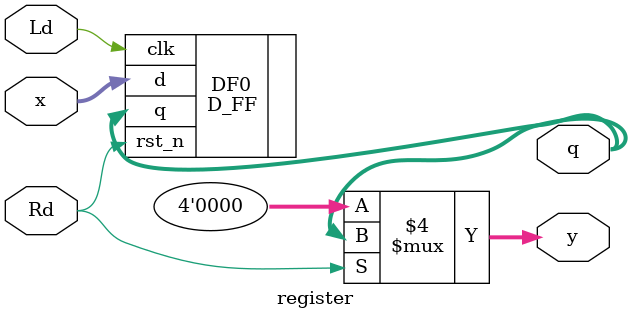
<source format=v>
module register(x, Ld, Rd, q, y);
input [3:0]x;
input Ld;
input Rd;
output [3:0]q;
output [3:0]y;
reg [3:0]y;
    D_FF DF0(.d(x),.q(q),.clk(Ld),.rst_n(Rd));
always @ (Rd)
    if (Rd == 1'b1)
        y <= q;
    else
        y <= 4'b0000;
endmodule       
</source>
